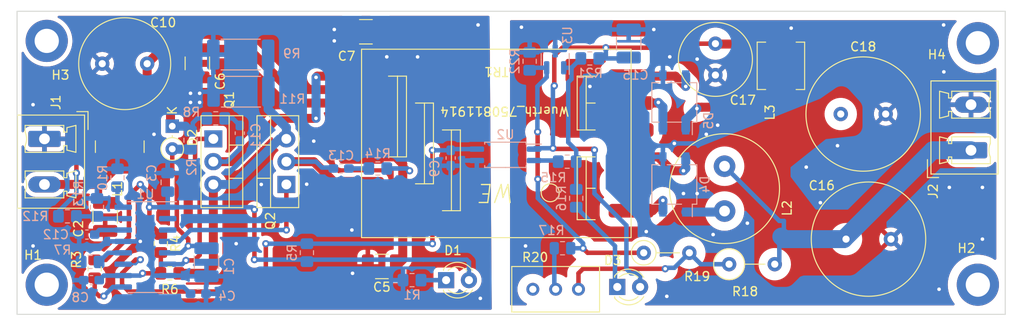
<source format=kicad_pcb>
(kicad_pcb (version 20211014) (generator pcbnew)
  (layers (0 "F.Cu" signal) (31 "B.Cu" signal) (34 "B.Paste" user) (35 "F.Paste" user) (36 "B.SilkS" user "B.Silkscreen") (37 "F.SilkS" user "F.Silkscreen") (38 "B.Mask" user) (39 "F.Mask" user) (44 "Edge.Cuts" user))
  (net 0 "")
  (net 1 "+10V")
  (net 2 "GND")
  (net 3 "Net-(C2-Pad1)")
  (net 4 "Net-(C4-Pad1)")
  (net 5 "/VIN")
  (net 6 "/CS")
  (net 7 "/COMP")
  (net 8 "Net-(C11-Pad1)")
  (net 9 "Net-(C11-Pad2)")
  (net 10 "Net-(C12-Pad1)")
  (net 11 "Net-(C13-Pad1)")
  (net 12 "Net-(C13-Pad2)")
  (net 13 "GNDPWR")
  (net 14 "Net-(D1-Pad1)")
  (net 15 "+5V")
  (net 16 "Net-(D3-Pad1)")
  (net 17 "Net-(D4-Pad1)")
  (net 18 "Net-(D4-Pad2)")
  (net 19 "Net-(D4-Pad4)")
  (net 20 "Net-(D5-Pad1)")
  (net 21 "Net-(D5-Pad2)")
  (net 22 "Net-(D5-Pad4)")
  (net 23 "VDD")
  (net 24 "/DRVA")
  (net 25 "Net-(Q1-Pad3)")
  (net 26 "/DRVB")
  (net 27 "Net-(R3-Pad2)")
  (net 28 "Net-(R7-Pad2)")
  (net 29 "Net-(R10-Pad2)")
  (net 30 "Net-(R12-Pad1)")
  (net 31 "Net-(R15-Pad1)")
  (net 32 "Net-(R15-Pad2)")
  (net 33 "/RTOP")
  (net 36 "Net-(R20-Pad1)")
  (net 41 "Net-(R17-Pad1)")
  (net 42 "Net-(C16-Pad1)")
  (footprint "Package_TO_SOT_THT:TO-220-3_Vertical" (layer "F.Cu") (at 134.366 54.356 90)
    (fp_text reference "Q2")
    (fp_text value " IRLIZ 34N")
  )
  (footprint "MountingHole:MountingHole_2.7mm_M2.5_DIN965_Pad" (layer "F.Cu") (at 211.328 65.532)
    (fp_text reference "H2")
    (fp_text value "MountingHole")
  )
  (footprint "MountingHole:MountingHole_2.7mm_M2.5_DIN965_Pad" (layer "F.Cu") (at 107.696 65.532)
    (fp_text reference "H1")
    (fp_text value "MountingHole")
  )
  (footprint "Inductor_THT:L_Radial_D12.0mm_P5.00mm_Neosid_SD12_style2" (layer "F.Cu") (at 183.134 57.324 90)
    (fp_text reference "L2")
    (fp_text value "L-11P 3,3M")
  )
  (footprint "Capacitor_THT:C_Radial_D12.5mm_H20.0mm_P5.00mm" (layer "F.Cu") (at 196.656 60.452)
    (fp_text reference "C16")
    (fp_text value "47u")
  )
  (footprint "Diode_THT:D_DO-34_SOD68_P2.54mm_Vertical_KathodeUp" (layer "F.Cu") (at 121.666 47.86067 -90)
    (fp_text reference "D2")
    (fp_text value "3V")
  )
  (footprint "Connector_Phoenix_MC_HighVoltage:PhoenixContact_MCV_1,5_2-G-5.08_1x02_P5.08mm_Vertical" (layer "F.Cu") (at 107.442 49.276 -90)
    (fp_text reference "J1")
    (fp_text value "Screw_Terminal_01x02")
  )
  (footprint "Resistor_SMD:R_0805_2012Metric_Pad1.20x1.40mm_HandSolder" (layer "F.Cu") (at 120.396 60.944 -90)
    (fp_text reference "R4")
    (fp_text value "75k")
  )
  (footprint "Capacitor_SMD:C_1210_3225Metric_Pad1.33x2.70mm_HandSolder" (layer "F.Cu") (at 144.9955 63.5 180)
    (fp_text reference "C5")
    (fp_text value "1u")
  )
  (footprint "Capacitor_THT:C_Radial_D12.5mm_H20.0mm_P5.00mm" (layer "F.Cu") (at 196.0664 46.5074)
    (fp_text reference "C18")
    (fp_text value "47u")
  )
  (footprint "Inductor_SMD:L_Ferrocore_DLG-0504" (layer "F.Cu") (at 115.824 50.145 90)
    (fp_text reference "L1")
    (fp_text value "L-242408FPS 3,3µ")
  )
  (footprint "Resistor_SMD:R_0805_2012Metric_Pad1.20x1.40mm_HandSolder" (layer "F.Cu") (at 113.03 63.77 -90)
    (fp_text reference "R3")
    (fp_text value "150k")
  )
  (footprint "Connector_Phoenix_MC_HighVoltage:PhoenixContact_MCV_1,5_2-G-5.08_1x02_P5.08mm_Vertical" (layer "F.Cu") (at 210.566 50.546 90)
    (fp_text reference "J2")
    (fp_text value "Screw_Terminal_01x02")
  )
  (footprint "750811914:750811914" (layer "F.Cu") (at 157.734 41.284 180)
    (fp_text reference "TR1")
    (fp_text value "Wuerth_750811914")
  )
  (footprint "Package_TO_SOT_THT:TO-220-3_Vertical" (layer "F.Cu") (at 126.238 49.276 -90)
    (fp_text reference "Q1")
    (fp_text value " IRLIZ 34N")
  )
  (footprint "Potentiometer_THT:Potentiometer_Bourns_3386C_Horizontal" (layer "F.Cu") (at 166.878 66.04 -90)
    (fp_text reference "R20")
    (fp_text value "R_Trim")
  )
  (footprint "Capacitor_SMD:C_1210_3225Metric_Pad1.33x2.70mm_HandSolder" (layer "F.Cu") (at 114.1984 57.9751 -90)
    (fp_text reference "C2")
    (fp_text value "1u")
  )
  (footprint "Resistor_SMD:R_0805_2012Metric_Pad1.20x1.40mm_HandSolder" (layer "F.Cu") (at 121.396 64.262)
    (fp_text reference "R6")
    (fp_text value "470")
  )
  (footprint "Resistor_THT:R_Axial_DIN0207_L6.3mm_D2.5mm_P5.08mm_Vertical" (layer "F.Cu") (at 174.1388 61.976)
    (fp_text reference "R19")
    (fp_text value "270k")
  )
  (footprint "Inductor_SMD:L_Vishay_IHLP-2020" (layer "F.Cu") (at 189.4078 41.1345 90)
    (fp_text reference "L3")
    (fp_text value "L-PIS2812 680u")
  )
  (footprint "Capacitor_SMD:C_1210_3225Metric_Pad1.33x2.70mm_HandSolder" (layer "F.Cu") (at 124.46 40.8555 -90)
    (fp_text reference "C6")
    (fp_text value "1u")
  )
  (footprint "Capacitor_THT:C_Radial_D8.0mm_H11.5mm_P3.50mm" (layer "F.Cu") (at 182.118 38.664 -90)
    (fp_text reference "C17")
    (fp_text value "10u")
  )
  (footprint "MountingHole:MountingHole_2.7mm_M2.5_DIN965_Pad" (layer "F.Cu") (at 211.328 38.608)
    (fp_text reference "H4")
    (fp_text value "MountingHole")
  )
  (footprint "Capacitor_SMD:C_1210_3225Metric_Pad1.33x2.70mm_HandSolder" (layer "F.Cu") (at 143.2175 37.338 180)
    (fp_text reference "C7")
    (fp_text value "1u")
  )
  (footprint "LED_THT:LED_D3.0mm_Clear" (layer "F.Cu") (at 152.146 65.024)
    (fp_text reference "D1")
    (fp_text value "LED")
  )
  (footprint "Capacitor_THT:C_Radial_D10.0mm_H12.5mm_P5.00mm" (layer "F.Cu") (at 118.872 40.894 180)
    (fp_text reference "C10")
    (fp_text value "100u")
  )
  (footprint "Resistor_THT:R_Axial_DIN0309_L9.0mm_D3.2mm_P5.08mm_Vertical" (layer "F.Cu") (at 183.642 63.246)
    (fp_text reference "R18")
    (fp_text value "270k")
  )
  (footprint "MountingHole:MountingHole_2.7mm_M2.5_DIN965_Pad" (layer "F.Cu") (at 107.696 38.354)
    (fp_text reference "H3")
    (fp_text value "MountingHole")
  )
  (footprint "LED_THT:LED_D3.0mm_Clear" (layer "F.Cu") (at 171.196 65.786)
    (fp_text reference "D3")
    (fp_text value "LED")
  )
  (footprint "Resistor_SMD:R_0805_2012Metric_Pad1.20x1.40mm_HandSolder" (layer "B.Cu") (at 148.352 65.024)
    (fp_text reference "R1")
    (fp_text value "1k")
  )
  (footprint "Resistor_SMD:R_2512_6332Metric_Pad1.40x3.35mm_HandSolder" (layer "B.Cu") (at 129.3114 44.0182 180)
    (fp_text reference "R11")
    (fp_text value "0.22")
  )
  (footprint "Resistor_SMD:R_0805_2012Metric" (layer "B.Cu") (at 165.1 61.468)
    (fp_text reference "R17")
    (fp_text value "0")
  )
  (footprint "Resistor_SMD:R_0805_2012Metric_Pad1.20x1.40mm_HandSolder" (layer "B.Cu") (at 165.624 51.816)
    (fp_text reference "R15")
    (fp_text value "1k2")
  )
  (footprint "Capacitor_SMD:C_0603_1608Metric_Pad1.08x0.95mm_HandSolder" (layer "B.Cu") (at 129.1844 48.641 -90)
    (fp_text reference "C11")
    (fp_text value "100p")
  )
  (footprint "Resistor_SMD:R_0805_2012Metric_Pad1.20x1.40mm_HandSolder" (layer "B.Cu") (at 136.652 61.96 -90)
    (fp_text reference "R5")
    (fp_text value "720")
  )
  (footprint "Capacitor_SMD:C_0603_1608Metric_Pad1.08x0.95mm_HandSolder" (layer "B.Cu") (at 152.654 51.4085 -90)
    (fp_text reference "C9")
    (fp_text value "22n")
  )
  (footprint "Resistor_SMD:R_0805_2012Metric_Pad1.20x1.40mm_HandSolder" (layer "B.Cu") (at 123.698 49.4284 -90)
    (fp_text reference "R2")
    (fp_text value "1k5")
  )
  (footprint "Capacitor_SMD:C_0603_1608Metric_Pad1.08x0.95mm_HandSolder" (layer "B.Cu") (at 124.5605 66.548)
    (fp_text reference "C4")
    (fp_text value "560p")
  )
  (footprint "Capacitor_SMD:C_0603_1608Metric_Pad1.08x0.95mm_HandSolder" (layer "B.Cu") (at 140.462 52.578 180)
    (fp_text reference "C13")
    (fp_text value "100p")
  )
  (footprint "Resistor_SMD:R_0805_2012Metric_Pad1.20x1.40mm_HandSolder" (layer "B.Cu") (at 161.4424 40.6306 -90)
    (fp_text reference "R22")
    (fp_text value "7k6")
  )
  (footprint "Resistor_SMD:R_0805_2012Metric_Pad1.20x1.40mm_HandSolder" (layer "B.Cu") (at 113.284 56.912 -90)
    (fp_text reference "R13")
    (fp_text value "66k")
  )
  (footprint "Capacitor_SMD:C_1210_3225Metric_Pad1.33x2.70mm_HandSolder" (layer "B.Cu") (at 125.476 63.0305 -90)
    (fp_text reference "C1")
    (fp_text value "2u2")
  )
  (footprint "Package_TO_SOT_SMD:TO-269AA" (layer "B.Cu") (at 177.546 45.212 90)
    (fp_text reference "D5")
    (fp_text value "MB2S")
  )
  (footprint "Resistor_SMD:R_0805_2012Metric_Pad1.20x1.40mm_HandSolder" (layer "B.Cu") (at 115.57 53.61 -90)
    (fp_text reference "R10")
    (fp_text value "10k")
  )
  (footprint "Resistor_SMD:R_2512_6332Metric_Pad1.40x3.35mm_HandSolder" (layer "B.Cu") (at 129.286 39.878 180)
    (fp_text reference "R9")
    (fp_text value "0.22")
  )
  (footprint "Package_TO_SOT_SMD:SOT-23" (layer "B.Cu") (at 164.2872 40.4114 90)
    (fp_text reference "U3")
    (fp_text value "TL431DBZ")
  )
  (footprint "Resistor_SMD:R_0805_2012Metric_Pad1.20x1.40mm_HandSolder" (layer "B.Cu") (at 144.542 52.578 180)
    (fp_text reference "R14")
    (fp_text value "80")
  )
  (footprint "Resistor_SMD:R_0805_2012Metric_Pad1.20x1.40mm_HandSolder" (layer "B.Cu") (at 166.624 55.896 -90)
    (fp_text reference "R16")
    (fp_text value "3k3")
  )
  (footprint "Package_SO:SOIC-16_3.9x9.9mm_P1.27mm" (layer "B.Cu") (at 118.683 61.341 180)
    (fp_text reference "U1")
    (fp_text value "LTC3723")
  )
  (footprint "Capacitor_SMD:C_0603_1608Metric_Pad1.08x0.95mm_HandSolder" (layer "B.Cu") (at 112.1675 59.944 180)
    (fp_text reference "C12")
    (fp_text value "68n")
  )
  (footprint "Capacitor_SMD:C_0805_2012Metric_Pad1.18x1.45mm_HandSolder" (layer "B.Cu") (at 121.158 54.1235 -90)
    (fp_text reference "C3")
    (fp_text value "470n")
  )
  (footprint "Resistor_SMD:R_0805_2012Metric_Pad1.20x1.40mm_HandSolder" (layer "B.Cu") (at 168.1386 40.3098)
    (fp_text reference "R21")
    (fp_text value "10k")
  )
  (footprint "Capacitor_SMD:C_1210_3225Metric_Pad1.33x2.70mm_HandSolder" (layer "B.Cu") (at 172.466 38.6465 90)
    (fp_text reference "C15")
    (fp_text value "2u2")
  )
  (footprint "Resistor_SMD:R_0805_2012Metric_Pad1.20x1.40mm_HandSolder" (layer "B.Cu") (at 109.998 57.912 180)
    (fp_text reference "R12")
    (fp_text value "39k")
  )
  (footprint "Resistor_SMD:R_0805_2012Metric_Pad1.20x1.40mm_HandSolder" (layer "B.Cu") (at 126.508 46.99)
    (fp_text reference "R8")
    (fp_text value "80")
  )
  (footprint "Resistor_SMD:R_0805_2012Metric_Pad1.20x1.40mm_HandSolder" (layer "B.Cu") (at 112.522 62.992)
    (fp_text reference "R7")
    (fp_text value "33k")
  )
  (footprint "Capacitor_SMD:C_0603_1608Metric_Pad1.08x0.95mm_HandSolder" (layer "B.Cu") (at 112.6755 65.024 180)
    (fp_text reference "C8")
    (fp_text value "330p")
  )
  (footprint "Package_SO:SOP-4_4.4x2.6mm_P1.27mm" (layer "B.Cu") (at 158.75 51.054 180)
    (fp_text reference "U2")
    (fp_text value "TCMT1103")
  )
  (footprint "Package_TO_SOT_SMD:TO-269AA" (layer "B.Cu") (at 177.546 54.356 90)
    (fp_text reference "D4")
    (fp_text value "MB4S")
  )
  (gr_line (start 104.394 68.834) (end 104.394 35.052) (layer "Edge.Cuts") (width 0.1))
  (gr_line (start 214.376 68.834) (end 104.394 68.834) (layer "Edge.Cuts") (width 0.1))
  (gr_line (start 214.376 35.052) (end 214.376 68.834) (layer "Edge.Cuts") (width 0.1))
  (gr_line (start 104.394 35.052) (end 214.376 35.052) (layer "Edge.Cuts") (width 0.1))
  (segment (start 123.444 60.452) (end 123.444 61.214) (width 0.5) (layer "F.Cu") (net 1))
  (segment (start 121.666 52.832) (end 121.666 50.40067) (width 0.5) (layer "F.Cu") (net 1))
  (segment (start 122.174 53.34) (end 122.174 59.182) (width 0.5) (layer "F.Cu") (net 1))
  (segment (start 122.174 59.182) (end 123.444 60.452) (width 0.5) (layer "F.Cu") (net 1))
  (segment (start 122.174 53.34) (end 121.666 52.832) (width 0.5) (layer "F.Cu") (net 1))
  (via (at 123.444 61.214) (size 0.8) (drill 0.4) (layers "F.Cu" "B.Cu") (net 1))
  (segment (start 125.222 61.214) (end 125.476 61.468) (width 0.5) (layer "B.Cu") (net 1))
  (segment (start 121.69373 50.4284) (end 121.666 50.40067) (width 0.25) (layer "B.Cu") (net 1))
  (segment (start 123.444 61.214) (end 125.222 61.214) (width 0.5) (layer "B.Cu") (net 1))
  (segment (start 121.158 61.976) (end 122.682 61.976) (width 0.5) (layer "B.Cu") (net 1))
  (segment (start 122.682 61.976) (end 123.444 61.214) (width 0.5) (layer "B.Cu") (net 1))
  (segment (start 123.698 50.4284) (end 121.69373 50.4284) (width 1) (layer "B.Cu") (net 1))
  (via (at 124.714 45.212) (size 0.8) (drill 0.4) (layers "F.Cu" "B.Cu") (net 2))
  (via (at 106.172 61.214) (size 0.8) (drill 0.4) (layers "F.Cu" "B.Cu") (net 2))
  (via (at 128.778 60.96) (size 0.8) (drill 0.4) (layers "F.Cu" "B.Cu") (net 2))
  (via (at 106.172 45.466) (size 0.8) (drill 0.4) (layers "F.Cu" "B.Cu") (net 2))
  (via (at 139.7 38.354) (size 0.8) (drill 0.4) (layers "F.Cu" "B.Cu") (net 2))
  (via (at 136.6266 54.3306) (size 0.8) (drill 0.4) (layers "F.Cu" "B.Cu") (net 2))
  (via (at 145.542 40.132) (size 0.8) (drill 0.4) (layers "F.Cu" "B.Cu") (net 2))
  (via (at 141.6558 59.436) (size 0.8) (drill 0.4) (layers "F.Cu" "B.Cu") (net 2))
  (via (at 131.572 54.356) (size 0.8) (drill 0.4) (layers "F.Cu" "B.Cu") (net 2))
  (via (at 139.7 37.084) (size 0.8) (drill 0.4) (layers "F.Cu" "B.Cu") (net 2))
  (via (at 118.11 60.706) (size 0.8) (drill 0.4) (layers "F.Cu" "B.Cu") (net 2))
  (via (at 155.956 67.056) (size 0.8) (drill 0.4) (layers "F.Cu" "B.Cu") (net 2))
  (via (at 123.698 45.212) (size 0.8) (drill 0.4) (layers "F.Cu" "B.Cu") (net 2))
  (via (at 119.634 48.768) (size 0.8) (drill 0.4) (layers "F.Cu" "B.Cu") (net 2))
  (via (at 148.971194 40.137944) (size 0.8) (drill 0.4) (layers "F.Cu" "B.Cu") (net 2))
  (via (at 137.414 49.53) (size 0.8) (drill 0.4) (layers "F.Cu" "B.Cu") (net 2))
  (via (at 123.698 44.196) (size 0.8) (drill 0.4) (layers "F.Cu" "B.Cu") (net 2))
  (via (at 124.714 44.196) (size 0.8) (drill 0.4) (layers "F.Cu" "B.Cu") (net 2))
  (via (at 141.732 64.262) (size 0.8) (drill 0.4) (layers "F.Cu" "B.Cu") (net 2))
  (via (at 155.702 36.576) (size 0.8) (drill 0.4) (layers "F.Cu" "B.Cu") (net 2))
  (segment (start 113.6142 56.3872) (end 113.6142 54.4322) (width 0.5) (layer "F.Cu") (net 3))
  (segment (start 113.538 54.356) (end 107.442 54.356) (width 1) (layer "F.Cu") (net 3))
  (segment (start 113.6142 54.4322) (end 113.538 54.356) (width 0.5) (layer "F.Cu") (net 3))
  (segment (start 115.824 52.07) (end 113.538 54.356) (width 1) (layer "F.Cu") (net 3))
  (segment (start 121.158 65.786) (end 122.936 65.786) (width 0.5) (layer "B.Cu") (net 4))
  (segment (start 122.936 65.786) (end 123.698 66.548) (width 0.5) (layer "B.Cu") (net 4))
  (segment (start 146.534 51.284) (end 147.32 52.07) (width 1) (layer "F.Cu") (net 5))
  (segment (start 147.32 52.07) (end 147.32 62.738) (width 1) (layer "F.Cu") (net 5))
  (segment (start 147.32 50.498) (end 146.534 51.284) (width 1) (layer "F.Cu") (net 5))
  (segment (start 147.32 62.738) (end 146.558 63.5) (width 1) (layer "F.Cu") (net 5))
  (segment (start 124.283 39.116) (end 124.46 39.293) (width 1) (layer "F.Cu") (net 5))
  (segment (start 120.356 45.172) (end 118.872 45.172) (width 1) (layer "F.Cu") (net 5))
  (segment (start 118.872 40.894) (end 118.872 45.172) (width 1) (layer "F.Cu") (net 5))
  (segment (start 142.734 45.284) (end 146.74 45.284) (width 1) (layer "F.Cu") (net 5))
  (segment (start 110.998 53.086) (end 110.998 51.562) (width 0.5) (layer "F.Cu") (net 5))
  (segment (start 142.734 45.284) (end 136.216 45.284) (width 1) (layer "F.Cu") (net 5))
  (segment (start 147.32 44.704) (end 147.32 38.354) (width 1) (layer "F.Cu") (net 5))
  (segment (start 147.32 38.354) (end 146.304 37.338) (width 1) (layer "F.Cu") (net 5))
  (segment (start 146.74 45.284) (end 147.32 44.704) (width 1) (layer "F.Cu") (net 5))
  (segment (start 120.65 39.116) (end 124.283 39.116) (width 1) (layer "F.Cu") (net 5))
  (segment (start 146.122 45.284) (end 147.32 46.482) (width 1) (layer "F.Cu") (net 5))
  (segment (start 147.32 46.482) (end 147.32 50.498) (width 1) (layer "F.Cu") (net 5))
  (segment (start 136.216 45.284) (end 134.366 43.434) (width 1) (layer "F.Cu") (net 5))
  (segment (start 147.32 44.704) (end 147.32 46.482) (width 1) (layer "F.Cu") (net 5))
  (segment (start 142.662 45.212) (end 142.734 45.284) (width 1) (layer "F.Cu") (net 5))
  (segment (start 148.082 52.832) (end 147.32 52.07) (width 0.5) (layer "F.Cu") (net 5))
  (segment (start 121.47333 47.668) (end 121.47333 46.28933) (width 1) (layer "F.Cu") (net 5))
  (segment (start 112.268 50.292) (end 112.268 48.514) (width 0.5) (layer "F.Cu") (net 5))
  (segment (start 118.872 45.172) (end 115.824 48.22) (width 1) (layer "F.Cu") (net 5))
  (segment (start 112.268 48.514) (end 112.562 48.22) (width 0.5) (layer "F.Cu") (net 5))
  (segment (start 130.225 39.293) (end 132.207 41.275) (width 1) (layer "F.Cu") (net 5))
  (segment (start 134.366 43.434) (end 132.207 41.275) (width 1) (layer "F.Cu") (net 5))
  (segment (start 124.46 39.293) (end 130.225 39.293) (width 1) (layer "F.Cu") (net 5))
  (segment (start 112.562 48.22) (end 115.824 48.22) (width 0.5) (layer "F.Cu") (net 5))
  (segment (start 110.998 51.562) (end 112.268 50.292) (width 0.5) (layer "F.Cu") (net 5))
  (segment (start 121.666 47.86067) (end 121.47333 47.668) (width 1) (layer "F.Cu") (net 5))
  (segment (start 121.47333 46.28933) (end 120.356 45.172) (width 1) (layer "F.Cu") (net 5))
  (segment (start 142.734 51.284) (end 146.534 51.284) (width 1) (layer "F.Cu") (net 5))
  (segment (start 118.872 40.894) (end 120.65 39.116) (width 1) (layer "F.Cu") (net 5))
  (segment (start 146.304 37.338) (end 144.78 37.338) (width 1) (layer "F.Cu") (net 5))
  (via (at 148.082 52.832) (size 0.8) (drill 0.4) (layers "F.Cu" "B.Cu") (net 5))
  (via (at 110.998 53.086) (size 0.8) (drill 0.4) (layers "F.Cu" "B.Cu") (net 5))
  (segment (start 125.508 46.99) (end 124.46 46.99) (width 0.5) (layer "B.Cu") (net 5))
  (segment (start 145.542 52.578) (end 147.828 52.578) (width 0.5) (layer "B.Cu") (net 5))
  (segment (start 110.998 55.372) (end 110.998 53.086) (width 0.5) (layer "B.Cu") (net 5))
  (segment (start 108.998 57.912) (end 108.998 57.372) (width 0.5) (layer "B.Cu") (net 5))
  (segment (start 123.13027 47.86067) (end 123.698 48.4284) (width 1) (layer "B.Cu") (net 5))
  (segment (start 123.952 48.1744) (end 123.698 48.4284) (width 0.5) (layer "B.Cu") (net 5))
  (segment (start 108.998 57.372) (end 110.998 55.372) (width 0.5) (layer "B.Cu") (net 5))
  (segment (start 124.46 46.99) (end 123.952 47.498) (width 0.5) (layer "B.Cu") (net 5))
  (segment (start 147.828 52.578) (end 148.082 52.832) (width 0.5) (layer "B.Cu") (net 5))
  (segment (start 121.666 47.86067) (end 123.13027 47.86067) (width 1) (layer "B.Cu") (net 5))
  (segment (start 123.952 47.498) (end 123.952 48.1744) (width 0.5) (layer "B.Cu") (net 5))
  (segment (start 120.396 61.944) (end 120.396 64.262) (width 0.5) (layer "F.Cu") (net 6))
  (segment (start 118.364 64.262) (end 120.396 64.262) (width 0.5) (layer "F.Cu") (net 6))
  (via (at 118.364 64.262) (size 0.8) (drill 0.4) (layers "F.Cu" "B.Cu") (net 6))
  (segment (start 114.046 64.516) (end 113.538 65.024) (width 0.5) (layer "B.Cu") (net 6))
  (segment (start 118.11 64.516) (end 118.364 64.262) (width 0.5) (layer "B.Cu") (net 6))
  (segment (start 116.208 64.516) (end 114.046 64.516) (width 0.5) (layer "B.Cu") (net 6))
  (segment (start 116.208 64.516) (end 118.11 64.516) (width 0.5) (layer "B.Cu") (net 6))
  (segment (start 116.078 64.262) (end 117.094 63.246) (width 0.5) (layer "F.Cu") (net 7))
  (segment (start 132.08 60.96) (end 132.08 66.294) (width 0.5) (layer "F.Cu") (net 7))
  (segment (start 116.84 66.294) (end 132.08 66.294) (width 0.5) (layer "F.Cu") (net 7))
  (segment (start 116.84 66.294) (end 116.078 65.532) (width 0.5) (layer "F.Cu") (net 7))
  (segment (start 117.094 63.246) (end 117.602 62.738) (width 0.5) (layer "F.Cu") (net 7))
  (segment (start 116.078 65.532) (end 116.078 64.262) (width 0.5) (layer "F.Cu") (net 7))
  (segment (start 150.622 50.546) (end 150.622 60.96) (width 0.5) (layer "F.Cu") (net 7))
  (segment (start 117.602 62.738) (end 118.11 62.738) (width 0.5) (layer "F.Cu") (net 7))
  (via (at 118.11 62.738) (size 0.8) (drill 0.4) (layers "F.Cu" "B.Cu") (net 7))
  (via (at 150.622 60.96) (size 0.8) (drill 0.4) (layers "F.Cu" "B.Cu") (net 7))
  (via (at 150.622 50.546) (size 0.8) (drill 0.4) (layers "F.Cu" "B.Cu") (net 7))
  (via (at 132.08 60.96) (size 0.8) (drill 0.4) (layers "F.Cu" "B.Cu") (net 7))
  (segment (start 155.5625 50.419) (end 152.781 50.419) (width 0.5) (layer "B.Cu") (net 7))
  (segment (start 152.654 50.546) (end 150.622 50.546) (width 0.5) (layer "B.Cu") (net 7))
  (segment (start 117.602 63.246) (end 116.208 63.246) (width 0.25) (layer "B.Cu") (net 7))
  (segment (start 152.781 50.419) (end 152.654 50.546) (width 0.5) (layer "B.Cu") (net 7))
  (segment (start 118.11 62.738) (end 117.602 63.246) (width 0.25) (layer "B.Cu") (net 7))
  (segment (start 150.622 60.96) (end 132.08 60.96) (width 0.5) (layer "B.Cu") (net 7))
  (segment (start 128.3959 46.99) (end 129.1844 47.7785) (width 0.5) (layer "B.Cu") (net 8))
  (segment (start 127.508 46.99) (end 128.3959 46.99) (width 0.5) (layer "B.Cu") (net 8))
  (segment (start 135.128 46.99) (end 137.668 46.99) (width 1) (layer "F.Cu") (net 9))
  (segment (start 142.734 42.284) (end 137.802 42.284) (width 1) (layer "F.Cu") (net 9))
  (segment (start 137.802 42.284) (end 137.668 42.418) (width 1) (layer "F.Cu") (net 9))
  (segment (start 132.207 48.133) (end 128.524 51.816) (width 1) (layer "F.Cu") (net 9))
  (segment (start 128.524 51.816) (end 126.238 51.816) (width 1) (layer "F.Cu") (net 9))
  (segment (start 132.207 48.133) (end 133.35 46.99) (width 1) (layer "F.Cu") (net 9))
  (segment (start 133.35 46.99) (end 135.128 46.99) (width 1) (layer "F.Cu") (net 9))
  (via (at 137.668 42.418) (size 0.8) (drill 0.4) (layers "F.Cu" "B.Cu") (net 9))
  (via (at 137.668 46.99) (size 0.8) (drill 0.4) (layers "F.Cu" "B.Cu") (net 9))
  (segment (start 129.1844 49.5035) (end 129.1844 50.3936) (width 0.5) (layer "B.Cu") (net 9))
  (segment (start 129.032 50.546) (end 127.762 51.816) (width 0.5) (layer "B.Cu") (net 9))
  (segment (start 129.1844 50.3936) (end 129.032 50.546) (width 0.5) (layer "B.Cu") (net 9))
  (segment (start 127.762 51.816) (end 126.238 51.816) (width 0.5) (layer "B.Cu") (net 9))
  (segment (start 137.668 46.99) (end 137.668 42.418) (width 1) (layer "B.Cu") (net 9))
  (segment (start 113.538 59.436) (end 113.03 59.944) (width 0.5) (layer "B.Cu") (net 10))
  (segment (start 116.208 59.436) (end 113.538 59.436) (width 0.5) (layer "B.Cu") (net 10))
  (segment (start 141.3245 52.578) (end 143.542 52.578) (width 0.5) (layer "B.Cu") (net 11))
  (segment (start 142.734 54.284) (end 139.882 54.284) (width 1) (layer "F.Cu") (net 12))
  (segment (start 139.882 54.284) (end 137.414 51.816) (width 1) (layer "F.Cu") (net 12))
  (segment (start 137.414 51.816) (end 134.366 51.816) (width 1) (layer "F.Cu") (net 12))
  (segment (start 137.668 51.816) (end 134.366 51.816) (width 0.5) (layer "B.Cu") (net 12))
  (segment (start 139.192 52.4775) (end 138.3295 52.4775) (width 0.5) (layer "B.Cu") (net 12))
  (segment (start 138.3295 52.4775) (end 137.668 51.816) (width 0.5) (layer "B.Cu") (net 12))
  (via (at 177.038 40.132) (size 0.8) (drill 0.4) (layers "F.Cu" "B.Cu") (net 13))
  (via (at 181.102 48.768) (size 0.8) (drill 0.4) (layers "F.Cu" "B.Cu") (net 13))
  (via (at 193.802 56.388) (size 0.8) (drill 0.4) (layers "F.Cu" "B.Cu") (net 13))
  (via (at 182.372 47.752) (size 0.8) (drill 0.4) (layers "F.Cu" "B.Cu") (net 13))
  (via (at 207.5434 41.8084) (size 0.8) (drill 0.4) (layers "F.Cu" "B.Cu") (net 13))
  (via (at 211.836 60.452) (size 0.8) (drill 0.4) (layers "F.Cu" "B.Cu") (net 13))
  (via (at 180.086 55.372) (size 0.8) (drill 0.4) (layers "F.Cu" "B.Cu") (net 13))
  (via (at 211.836 54.6862) (size 0.8) (drill 0.4) (layers "F.Cu" "B.Cu") (net 13))
  (via (at 177.546 49.784) (size 0.8) (drill 0.4) (layers "F.Cu" "B.Cu") (net 13))
  (via (at 208.153 54.6862) (size 0.8) (drill 0.4) (layers "F.Cu" "B.Cu") (net 13))
  (via (at 176.7078 66.8274) (size 0.8) (drill 0.4) (layers "F.Cu" "B.Cu") (net 13))
  (via (at 160.528 36.83) (size 0.8) (drill 0.4) (layers "F.Cu" "B.Cu") (net 13))
  (via (at 174.4218 59.6138) (size 0.8) (drill 0.4) (layers "F.Cu" "B.Cu") (net 13))
  (via (at 207.01 66.04) (size 0.8) (drill 0.4) (layers "F.Cu" "B.Cu") (net 13))
  (via (at 160.9852 61.214) (size 0.8) (drill 0.4) (layers "F.Cu" "B.Cu") (net 13))
  (via (at 178.562 55.372) (size 0.8) (drill 0.4) (layers "F.Cu" "B.Cu") (net 13))
  (via (at 195.707 50.038) (size 0.8) (drill 0.4) (layers "F.Cu" "B.Cu") (net 13))
  (via (at 192.2272 52.4256) (size 0.8) (drill 0.4) (layers "F.Cu" "B.Cu") (net 13))
  (via (at 190.5508 36.9316) (size 0.8) (drill 0.4) (layers "F.Cu" "B.Cu") (net 13))
  (via (at 168.148 43.434) (size 0.8) (drill 0.4) (layers "F.Cu" "B.Cu") (net 13))
  (via (at 207.518 36.576) (size 0.8) (drill 0.4) (layers "F.Cu" "B.Cu") (net 13))
  (via (at 181.864 59.944) (size 0.8) (drill 0.4) (layers "F.Cu" "B.Cu") (net 13))
  (via (at 185.674 58.674) (size 0.8) (drill 0.4) (layers "F.Cu" "B.Cu") (net 13))
  (via (at 175.26 37.084) (size 0.8) (drill 0.4) (layers "F.Cu" "B.Cu") (net 13))
  (via (at 180.086 40.386) (size 0.8) (drill 0.4) (layers "F.Cu" "B.Cu") (net 13))
  (segment (start 181.102 48.768) (end 180.086 49.784) (width 0.5) (layer "B.Cu") (net 13))
  (segment (start 180.086 49.784) (end 177.546 49.784) (width 0.5) (layer "B.Cu") (net 13))
  (segment (start 152.146 65.024) (end 149.352 65.024) (width 0.5) (layer "B.Cu") (net 14))
  (segment (start 116.84 55.626) (end 118.11 54.356) (width 0.5) (layer "F.Cu") (net 15))
  (segment (start 116.84 60.198) (end 116.84 55.626) (width 0.5) (layer "F.Cu") (net 15))
  (segment (start 114.268 62.77) (end 116.84 60.198) (width 0.5) (layer "F.Cu") (net 15))
  (segment (start 119.126 58.674) (end 119.126 58.42) (width 0.2) (layer "F.Cu") (net 15))
  (segment (start 130.81 62.738) (end 130.81 57.15) (width 0.5) (layer "F.Cu") (net 15))
  (segment (start 120.396 59.944) (end 119.126 58.674) (width 0.5) (layer "F.Cu") (net 15))
  (segment (start 113.03 62.77) (end 114.268 62.77) (width 0.5) (layer "F.Cu") (net 15))
  (segment (start 119.126 56.896) (end 119.126 58.42) (width 0.5) (layer "F.Cu") (net 15))
  (via (at 130.81 62.738) (size 0.8) (drill 0.4) (layers "F.Cu" "B.Cu") (net 15))
  (via (at 130.81 57.15) (size 0.8) (drill 0.4) (layers "F.Cu" "B.Cu") (net 15))
  (via (at 118.11 54.356) (size 0.8) (drill 0.4) (layers "F.Cu" "B.Cu") (net 15))
  (via (at 119.126 56.896) (size 0.8) (drill 0.4) (layers "F.Cu" "B.Cu") (net 15))
  (segment (start 121.158 55.161) (end 121.158 56.896) (width 0.5) (layer "B.Cu") (net 15))
  (segment (start 130.556 56.896) (end 130.81 57.15) (width 0.5) (layer "B.Cu") (net 15))
  (segment (start 149.606 62.738) (end 130.81 62.738) (width 0.5) (layer "B.Cu") (net 15))
  (segment (start 119.126 56.896) (end 119.126 55.372) (width 0.5) (layer "B.Cu") (net 15))
  (segment (start 154.432 62.738) (end 149.606 62.738) (width 0.5) (layer "B.Cu") (net 15))
  (segment (start 119.126 55.372) (end 118.11 54.356) (width 0.5) (layer "B.Cu") (net 15))
  (segment (start 154.686 62.992) (end 154.432 62.738) (width 0.5) (layer "B.Cu") (net 15))
  (segment (start 121.158 56.896) (end 130.556 56.896) (width 0.5) (layer "B.Cu") (net 15))
  (segment (start 121.158 56.896) (end 119.126 56.896) (width 0.5) (layer "B.Cu") (net 15))
  (segment (start 154.686 65.024) (end 154.686 62.992) (width 0.5) (layer "B.Cu") (net 15))
  (segment (start 166.624 56.896) (end 170.942 61.214) (width 0.5) (layer "B.Cu") (net 16))
  (segment (start 170.942 65.532) (end 171.196 65.786) (width 0.5) (layer "B.Cu") (net 16))
  (segment (start 170.942 61.214) (end 170.942 65.532) (width 0.5) (layer "B.Cu") (net 16))
  (segment (start 178.816 57.431) (end 183.027 57.431) (width 1) (layer "B.Cu") (net 17))
  (segment (start 183.027 57.431) (end 183.134 57.324) (width 0.2) (layer "B.Cu") (net 17))
  (segment (start 172.734 57.284) (end 175.126 57.284) (width 1) (layer "F.Cu") (net 18))
  (segment (start 175.126 57.284) (end 176.276 56.134) (width 1) (layer "F.Cu") (net 18))
  (via (at 176.276 56.134) (size 0.8) (drill 0.4) (layers "F.Cu" "B.Cu") (net 18))
  (segment (start 176.276 56.134) (end 176.276 57.431) (width 1) (layer "B.Cu") (net 18))
  (segment (start 175.744 51.284) (end 172.734 51.284) (width 1) (layer "F.Cu") (net 19))
  (segment (start 177.292 52.832) (end 175.744 51.284) (width 1) (layer "F.Cu") (net 19))
  (segment (start 178.562 52.832) (end 177.292 52.832) (width 1) (layer "F.Cu") (net 19))
  (via (at 178.562 52.832) (size 0.8) (drill 0.4) (layers "F.Cu" "B.Cu") (net 19))
  (segment (start 178.816 51.281) (end 178.816 52.578) (width 1) (layer "B.Cu") (net 19))
  (segment (start 178.816 52.578) (end 178.562 52.832) (width 1) (layer "B.Cu") (net 19))
  (segment (start 180.594 45.7454) (end 180.213 45.7454) (width 1) (layer "F.Cu") (net 20))
  (segment (start 187.452 43.561) (end 185.4962 45.5168) (width 1) (layer "F.Cu") (net 20))
  (segment (start 185.4962 45.5168) (end 185.2676 45.7454) (width 1) (layer "F.Cu") (net 20))
  (segment (start 180.213 45.7454) (end 180.0606 45.8978) (width 1) (layer "F.Cu") (net 20))
  (segment (start 189.4078 43.561) (end 187.452 43.561) (width 1) (layer "F.Cu") (net 20))
  (segment (start 185.2676 45.7454) (end 180.594 45.7454) (width 1) (layer "F.Cu") (net 20))
  (via (at 180.0606 45.8978) (size 0.8) (drill 0.4) (layers "F.Cu" "B.Cu") (net 20))
  (segment (start 178.8668 47.0916) (end 178.816 47.0916) (width 1) (layer "B.Cu") (net 20))
  (segment (start 178.816 47.0916) (end 178.816 48.287) (width 1) (layer "B.Cu") (net 20))
  (segment (start 180.0606 45.8978) (end 178.8668 47.0916) (width 1) (layer "B.Cu") (net 20))
  (segment (start 175.768 45.212) (end 175.696 45.284) (width 1) (layer "F.Cu") (net 21))
  (segment (start 175.696 45.284) (end 172.734 45.284) (width 1) (layer "F.Cu") (net 21))
  (via (at 175.768 45.212) (size 0.8) (drill 0.4) (layers "F.Cu" "B.Cu") (net 21))
  (segment (start 176.276 45.72) (end 175.768 45.212) (width 1) (layer "B.Cu") (net 21))
  (segment (start 176.276 48.287) (end 176.276 45.72) (width 1) (layer "B.Cu") (net 21))
  (segment (start 172.734 42.284) (end 177.666 42.284) (width 1) (layer "F.Cu") (net 22))
  (segment (start 177.666 42.284) (end 178.816 43.434) (width 1) (layer "F.Cu") (net 22))
  (via (at 178.816 43.434) (size 0.8) (drill 0.4) (layers "F.Cu" "B.Cu") (net 22))
  (segment (start 178.816 42.137) (end 178.816 43.434) (width 1) (layer "B.Cu") (net 22))
  (segment (start 165.0746 39.116) (end 164.1856 40.005) (width 0.5) (layer "F.Cu") (net 23))
  (segment (start 168.529 50.3936) (end 164.1094 50.3936) (width 0.5) (layer "F.Cu") (net 23))
  (segment (start 164.1856 40.005) (end 164.1856 43.3578) (width 0.5) (layer "F.Cu") (net 23))
  (segment (start 175.006 38.862) (end 174.752 39.116) (width 0.5) (layer "F.Cu") (net 23))
  (segment (start 182.162 38.708) (end 182.118 38.664) (width 1) (layer "F.Cu") (net 23))
  (segment (start 175.204 38.664) (end 175.006 38.862) (width 0.5) (layer "F.Cu") (net 23))
  (segment (start 169.926 39.116) (end 165.0746 39.116) (width 0.5) (layer "F.Cu") (net 23))
  (segment (start 189.4078 38.708) (end 182.162 38.708) (width 1) (layer "F.Cu") (net 23))
  (segment (start 182.118 38.664) (end 175.204 38.664) (width 0.5) (layer "F.Cu") (net 23))
  (segment (start 174.752 39.116) (end 170.434 39.116) (width 0.5) (layer "F.Cu") (net 23))
  (segment (start 170.434 39.116) (end 169.926 39.116) (width 0.5) (layer "F.Cu") (net 23))
  (segment (start 164.1094 50.3936) (end 164.0332 50.3174) (width 0.5) (layer "F.Cu") (net 23))
  (via (at 164.0332 50.3174) (size 0.8) (drill 0.4) (layers "F.Cu" "B.Cu") (net 23))
  (via (at 168.656 50.5206) (size 0.8) (drill 0.4) (layers "F.Cu" "B.Cu") (net 23))
  (via (at 164.1856 43.3578) (size 0.8) (drill 0.4) (layers "F.Cu" "B.Cu") (net 23))
  (via (at 169.926 39.116) (size 0.8) (drill 0.4) (layers "F.Cu" "B.Cu") (net 23))
  (segment (start 169.4919 39.9565) (end 169.1386 40.3098) (width 0.5) (layer "B.Cu") (net 23))
  (segment (start 169.926 39.116) (end 169.926 39.9565) (width 0.5) (layer "B.Cu") (net 23))
  (segment (start 172.72 64.262) (end 172.212 63.754) (width 0.5) (layer "B.Cu") (net 23))
  (segment (start 172.212 58.928) (end 168.656 55.372) (width 0.5) (layer "B.Cu") (net 23))
  (segment (start 168.656 55.372) (end 168.656 50.5206) (width 0.5) (layer "B.Cu") (net 23))
  (segment (start 168.656 50.5206) (end 168.529 50.3936) (width 0.5) (layer "B.Cu") (net 23))
  (segment (start 164.0332 50.3174) (end 164.0332 43.5102) (width 0.5) (layer "B.Cu") (net 23))
  (segment (start 169.1386 40.3098) (end 172.3652 40.3098) (width 0.5) (layer "B.Cu") (net 23))
  (segment (start 164.0332 43.5102) (end 164.1856 43.3578) (width 0.25) (layer "B.Cu") (net 23))
  (segment (start 172.212 63.754) (end 172.212 58.928) (width 0.5) (layer "B.Cu") (net 23))
  (segment (start 172.3652 40.3098) (end 172.466 40.209) (width 0.5) (layer "B.Cu") (net 23))
  (segment (start 173.736 65.786) (end 173.736 64.516) (width 0.5) (layer "B.Cu") (net 23))
  (segment (start 173.736 64.516) (end 173.482 64.262) (width 0.5) (layer "B.Cu") (net 23))
  (segment (start 169.926 39.9565) (end 169.4919 39.9565) (width 0.5) (layer "B.Cu") (net 23))
  (segment (start 162.0391 50.3174) (end 161.9375 50.419) (width 0.5) (layer "B.Cu") (net 23))
  (segment (start 173.482 64.262) (end 172.72 64.262) (width 0.5) (layer "B.Cu") (net 23))
  (segment (start 164.0332 50.3174) (end 162.0391 50.3174) (width 0.5) (layer "B.Cu") (net 23))
  (segment (start 124.206 55.118) (end 124.206 49.53) (width 0.5) (layer "F.Cu") (net 24))
  (segment (start 124.1185 62.8255) (end 124.714 62.23) (width 0.5) (layer "F.Cu") (net 24))
  (segment (start 124.714 62.23) (end 124.714 55.626) (width 0.5) (layer "F.Cu") (net 24))
  (segment (start 124.206 49.53) (end 124.46 49.276) (width 0.5) (layer "F.Cu") (net 24))
  (segment (start 123.19 62.8255) (end 124.1185 62.8255) (width 0.5) (layer "F.Cu") (net 24))
  (segment (start 124.714 55.626) (end 124.206 55.118) (width 0.5) (layer "F.Cu") (net 24))
  (segment (start 124.46 49.276) (end 126.238 49.276) (width 0.5) (layer "F.Cu") (net 24))
  (via (at 123.19 62.8255) (size 0.8) (drill 0.4) (layers "F.Cu" "B.Cu") (net 24))
  (segment (start 122.7695 63.246) (end 123.19 62.8255) (width 0.5) (layer "B.Cu") (net 24))
  (segment (start 121.158 63.246) (end 122.7695 63.246) (width 0.5) (layer "B.Cu") (net 24))
  (segment (start 126.238 54.356) (end 126.238 63.5) (width 1) (layer "F.Cu") (net 25))
  (segment (start 126.238 63.5) (end 125.476 64.262) (width 1) (layer "F.Cu") (net 25))
  (segment (start 125.476 64.262) (end 122.396 64.262) (width 1) (layer "F.Cu") (net 25))
  (segment (start 134.366 48.006) (end 134.366 49.276) (width 1) (layer "B.Cu") (net 25))
  (segment (start 132.336 39.878) (end 132.336 44.196) (width 1) (layer "B.Cu") (net 25))
  (segment (start 132.336 44.196) (end 132.336 45.976) (width 1) (layer "B.Cu") (net 25))
  (segment (start 128.524 54.356) (end 133.604 49.276) (width 1) (layer "B.Cu") (net 25))
  (segment (start 126.238 54.356) (end 128.524 54.356) (width 1) (layer "B.Cu") (net 25))
  (segment (start 132.336 45.976) (end 134.366 48.006) (width 1) (layer "B.Cu") (net 25))
  (segment (start 134.366 54.356) (end 134.366 59.436) (width 0.5) (layer "F.Cu") (net 26))
  (via (at 134.366 59.436) (size 0.8) (drill 0.4) (layers "F.Cu" "B.Cu") (net 26))
  (segment (start 123.698 59.436) (end 122.428 60.706) (width 0.5) (layer "B.Cu") (net 26))
  (segment (start 122.428 60.706) (end 121.158 60.706) (width 0.5) (layer "B.Cu") (net 26))
  (segment (start 134.366 59.436) (end 123.698 59.436) (width 0.5) (layer "B.Cu") (net 26))
  (segment (start 113.03 66.294) (end 113.03 64.77) (width 0.5) (layer "F.Cu") (net 27))
  (segment (start 114.046 66.802) (end 113.538 66.802) (width 0.5) (layer "F.Cu") (net 27))
  (segment (start 113.538 66.802) (end 113.03 66.294) (width 0.5) (layer "F.Cu") (net 27))
  (via (at 114.046 66.802) (size 0.8) (drill 0.4) (layers "F.Cu" "B.Cu") (net 27))
  (segment (start 115.062 65.786) (end 114.046 66.802) (width 0.5) (layer "B.Cu") (net 27))
  (segment (start 116.208 65.786) (end 115.062 65.786) (width 0.5) (layer "B.Cu") (net 27))
  (segment (start 116.208 61.976) (end 114.538 61.976) (width 0.5) (layer "B.Cu") (net 28))
  (segment (start 114.538 61.976) (end 113.522 62.992) (width 0.5) (layer "B.Cu") (net 28))
  (segment (start 115.57 54.61) (end 115.57 56.258) (width 0.5) (layer "B.Cu") (net 29))
  (segment (start 115.57 56.258) (end 116.208 56.896) (width 0.5) (layer "B.Cu") (net 29))
  (segment (start 116.208 58.166) (end 113.538 58.166) (width 0.5) (layer "B.Cu") (net 30))
  (segment (start 110.998 57.912) (end 113.284 57.912) (width 0.5) (layer "B.Cu") (net 30))
  (segment (start 113.538 58.166) (end 113.284 57.912) (width 0.5) (layer "B.Cu") (net 30))
  (segment (start 164.497 51.689) (end 164.624 51.816) (width 0.5) (layer "B.Cu") (net 31))
  (segment (start 161.9375 51.689) (end 164.497 51.689) (width 0.5) (layer "B.Cu") (net 31))
  (segment (start 166.624 51.816) (end 166.624 50.546) (width 0.5) (layer "B.Cu") (net 32))
  (segment (start 165.738 49.66) (end 165.738 42.9738) (width 0.5) (layer "B.Cu") (net 32))
  (segment (start 166.0995 41.3489) (end 167.1386 40.3098) (width 0.5) (layer "B.Cu") (net 32))
  (segment (start 166.624 50.546) (end 165.738 49.66) (width 0.5) (layer "B.Cu") (net 32))
  (segment (start 166.0995 42.6123) (end 166.0995 41.3489) (width 0.5) (layer "B.Cu") (net 32))
  (segment (start 166.624 51.816) (end 166.624 54.896) (width 0.5) (layer "B.Cu") (net 32))
  (segment (start 165.738 42.9738) (end 166.0995 42.6123) (width 0.5) (layer "B.Cu") (net 32))
  (segment (start 165.2372 41.3489) (end 166.0995 41.3489) (width 0.5) (layer "B.Cu") (net 32))
  (segment (start 162.3314 53.7464) (end 162.3568 53.7718) (width 0.5) (layer "F.Cu") (net 33))
  (segment (start 167.894 61.976) (end 174.1388 61.976) (width 0.5) (layer "F.Cu") (net 33))
  (segment (start 167.386 61.468) (end 167.894 61.976) (width 0.5) (layer "F.Cu") (net 33))
  (segment (start 162.3314 48.4886) (end 162.3314 53.7464) (width 0.5) (layer "F.Cu") (net 33))
  (via (at 167.386 61.468) (size 0.8) (drill 0.4) (layers "F.Cu" "B.Cu") (net 33))
  (via (at 162.3568 53.7718) (size 0.8) (drill 0.4) (layers "F.Cu" "B.Cu") (net 33))
  (via (at 162.3314 48.4886) (size 0.8) (drill 0.4) (layers "F.Cu" "B.Cu") (net 33))
  (segment (start 163.3372 41.3489) (end 163.3372 42.4028) (width 0.5) (layer "B.Cu") (net 33))
  (segment (start 167.386 60.9092) (end 167.386 61.468) (width 0.5) (layer "B.Cu") (net 33))
  (segment (start 162.3568 55.88) (end 167.386 60.9092) (width 0.5) (layer "B.Cu") (net 33))
  (segment (start 163.3372 42.4028) (end 162.306 43.434) (width 0.5) (layer "B.Cu") (net 33))
  (segment (start 162.306 48.4632) (end 162.3314 48.4886) (width 0.5) (layer "B.Cu") (net 33))
  (segment (start 163.3372 41.3489) (end 161.7241 41.3489) (width 0.5) (layer "B.Cu") (net 33))
  (segment (start 167.386 61.468) (end 166.0125 61.468) (width 0.5) (layer "B.Cu") (net 33))
  (segment (start 161.7241 41.3489) (end 161.4424 41.6306) (width 0.5) (layer "B.Cu") (net 33))
  (segment (start 162.3568 53.7718) (end 162.3568 55.88) (width 0.5) (layer "B.Cu") (net 33))
  (segment (start 162.306 43.434) (end 162.306 48.4632) (width 0.5) (layer "B.Cu") (net 33))
  (segment (start 166.878 64.262) (end 166.878 66.04) (width 0.5) (layer "F.Cu") (net 36))
  (segment (start 167.386 63.754) (end 166.878 64.262) (width 0.5) (layer "F.Cu") (net 36))
  (segment (start 176.53 63.754) (end 167.386 63.754) (width 0.5) (layer "F.Cu") (net 36))
  (via (at 176.53 63.754) (size 0.8) (drill 0.4) (layers "F.Cu" "B.Cu") (net 36))
  (segment (start 177.546 63.6488) (end 176.6352 63.6488) (width 0.5) (layer "B.Cu") (net 36))
  (segment (start 177.546 63.6488) (end 179.2188 61.976) (width 0.5) (layer "B.Cu") (net 36))
  (segment (start 183.642 63.246) (end 181.61 63.246) (width 0.5) (layer "B.Cu") (net 36))
  (segment (start 176.6352 63.6488) (end 176.53 63.754) (width 0.5) (layer "B.Cu") (net 36))
  (segment (start 180.4888 63.246) (end 181.61 63.246) (width 0.5) (layer "B.Cu") (net 36))
  (segment (start 179.2188 61.976) (end 180.4888 63.246) (width 0.5) (layer "B.Cu") (net 36))
  (segment (start 164.1875 65.8895) (end 164.338 66.04) (width 0.5) (layer "B.Cu") (net 41))
  (segment (start 164.1875 61.468) (end 164.1875 65.8895) (width 0.5) (layer "B.Cu") (net 41))
  (segment (start 206.308 50.546) (end 210.566 50.546) (width 2) (layer "B.Cu") (net 42))
  (segment (start 189.738 58.42) (end 189.738 59.885) (width 0.5) (layer "B.Cu") (net 42))
  (segment (start 189.4545 60.1685) (end 189.738 60.452) (width 2) (layer "B.Cu") (net 42))
  (segment (start 196.402 60.452) (end 206.308 50.546) (width 2) (layer "B.Cu") (net 42))
  (segment (start 183.134 52.324) (end 189.23 58.42) (width 0.5) (layer "B.Cu") (net 42))
  (segment (start 189.23 58.42) (end 189.738 58.42) (width 0.5) (layer "B.Cu") (net 42))
  (segment (start 189.738 59.885) (end 189.4545 60.1685) (width 0.5) (layer "B.Cu") (net 42))
  (segment (start 189.23 62.992) (end 189.23 60.393) (width 0.5) (layer "B.Cu") (net 42))
  (segment (start 189.23 60.393) (end 189.4545 60.1685) (width 0.5) (layer "B.Cu") (net 42))
  (segment (start 189.738 60.452) (end 196.402 60.452) (width 2) (layer "B.Cu") (net 42))
  (zone (net 2) (net_name "GND") (layers F&B.Cu) (connect_pads (clearance 0.508)) (min_thickness 0.254) (fill yes (thermal_gap 0.508) (thermal_bridge_width 0.508))
    (polygon (pts (xy 157.226 68.834) (xy 104.394 68.834) (xy 104.648 35.56) (xy 156.972 35.306)))
  )
  (zone (net 13) (net_name "GNDPWR") (layers F&B.Cu) (connect_pads (clearance 1)) (min_thickness 0.254) (fill yes (thermal_gap 0.508) (thermal_bridge_width 0.508))
    (polygon (pts (xy 214.376 68.58) (xy 159.258 68.58) (xy 159.258 35.052) (xy 214.376 35.052)))
  )
)
</source>
